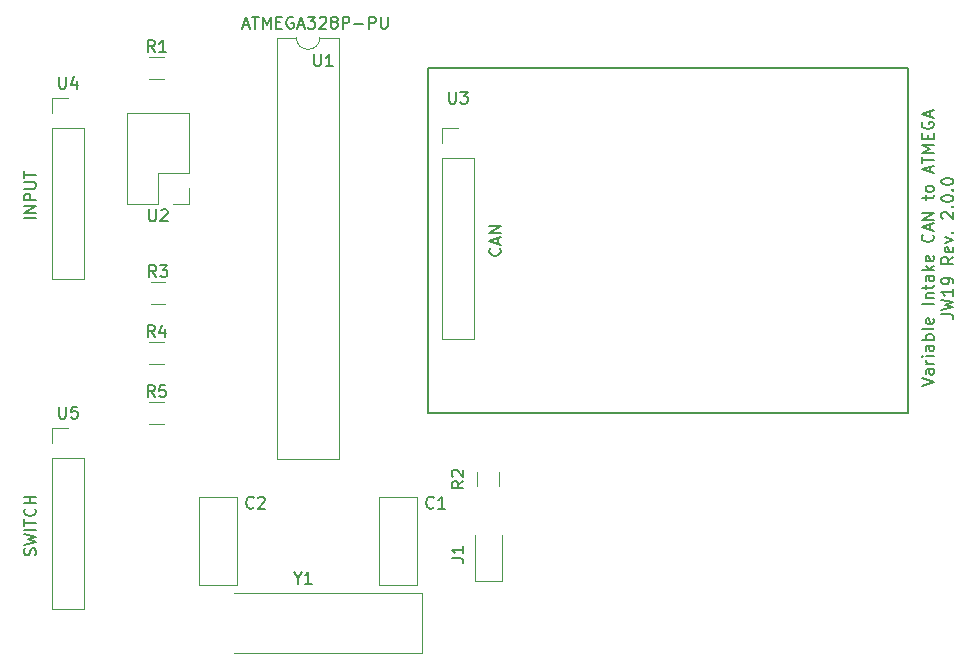
<source format=gbr>
G04 #@! TF.GenerationSoftware,KiCad,Pcbnew,5.1.4-3.fc30*
G04 #@! TF.CreationDate,2019-09-02T15:48:19-07:00*
G04 #@! TF.ProjectId,AR_20_JW_Rev2,41525f32-305f-44a5-975f-526576322e6b,rev?*
G04 #@! TF.SameCoordinates,Original*
G04 #@! TF.FileFunction,Legend,Top*
G04 #@! TF.FilePolarity,Positive*
%FSLAX46Y46*%
G04 Gerber Fmt 4.6, Leading zero omitted, Abs format (unit mm)*
G04 Created by KiCad (PCBNEW 5.1.4-3.fc30) date 2019-09-02 15:48:19*
%MOMM*%
%LPD*%
G04 APERTURE LIST*
%ADD10C,0.150000*%
%ADD11C,0.120000*%
G04 APERTURE END LIST*
D10*
X108354761Y-117435000D02*
X108402380Y-117292142D01*
X108402380Y-117054047D01*
X108354761Y-116958809D01*
X108307142Y-116911190D01*
X108211904Y-116863571D01*
X108116666Y-116863571D01*
X108021428Y-116911190D01*
X107973809Y-116958809D01*
X107926190Y-117054047D01*
X107878571Y-117244523D01*
X107830952Y-117339761D01*
X107783333Y-117387380D01*
X107688095Y-117435000D01*
X107592857Y-117435000D01*
X107497619Y-117387380D01*
X107450000Y-117339761D01*
X107402380Y-117244523D01*
X107402380Y-117006428D01*
X107450000Y-116863571D01*
X107402380Y-116530238D02*
X108402380Y-116292142D01*
X107688095Y-116101666D01*
X108402380Y-115911190D01*
X107402380Y-115673095D01*
X108402380Y-115292142D02*
X107402380Y-115292142D01*
X107402380Y-114958809D02*
X107402380Y-114387380D01*
X108402380Y-114673095D02*
X107402380Y-114673095D01*
X108307142Y-113482619D02*
X108354761Y-113530238D01*
X108402380Y-113673095D01*
X108402380Y-113768333D01*
X108354761Y-113911190D01*
X108259523Y-114006428D01*
X108164285Y-114054047D01*
X107973809Y-114101666D01*
X107830952Y-114101666D01*
X107640476Y-114054047D01*
X107545238Y-114006428D01*
X107450000Y-113911190D01*
X107402380Y-113768333D01*
X107402380Y-113673095D01*
X107450000Y-113530238D01*
X107497619Y-113482619D01*
X108402380Y-113054047D02*
X107402380Y-113054047D01*
X107878571Y-113054047D02*
X107878571Y-112482619D01*
X108402380Y-112482619D02*
X107402380Y-112482619D01*
X108402380Y-88923571D02*
X107402380Y-88923571D01*
X108402380Y-88447380D02*
X107402380Y-88447380D01*
X108402380Y-87875952D01*
X107402380Y-87875952D01*
X108402380Y-87399761D02*
X107402380Y-87399761D01*
X107402380Y-87018809D01*
X107450000Y-86923571D01*
X107497619Y-86875952D01*
X107592857Y-86828333D01*
X107735714Y-86828333D01*
X107830952Y-86875952D01*
X107878571Y-86923571D01*
X107926190Y-87018809D01*
X107926190Y-87399761D01*
X107402380Y-86399761D02*
X108211904Y-86399761D01*
X108307142Y-86352142D01*
X108354761Y-86304523D01*
X108402380Y-86209285D01*
X108402380Y-86018809D01*
X108354761Y-85923571D01*
X108307142Y-85875952D01*
X108211904Y-85828333D01*
X107402380Y-85828333D01*
X107402380Y-85495000D02*
X107402380Y-84923571D01*
X108402380Y-85209285D02*
X107402380Y-85209285D01*
X125937142Y-72556666D02*
X126413333Y-72556666D01*
X125841904Y-72842380D02*
X126175238Y-71842380D01*
X126508571Y-72842380D01*
X126699047Y-71842380D02*
X127270476Y-71842380D01*
X126984761Y-72842380D02*
X126984761Y-71842380D01*
X127603809Y-72842380D02*
X127603809Y-71842380D01*
X127937142Y-72556666D01*
X128270476Y-71842380D01*
X128270476Y-72842380D01*
X128746666Y-72318571D02*
X129080000Y-72318571D01*
X129222857Y-72842380D02*
X128746666Y-72842380D01*
X128746666Y-71842380D01*
X129222857Y-71842380D01*
X130175238Y-71890000D02*
X130080000Y-71842380D01*
X129937142Y-71842380D01*
X129794285Y-71890000D01*
X129699047Y-71985238D01*
X129651428Y-72080476D01*
X129603809Y-72270952D01*
X129603809Y-72413809D01*
X129651428Y-72604285D01*
X129699047Y-72699523D01*
X129794285Y-72794761D01*
X129937142Y-72842380D01*
X130032380Y-72842380D01*
X130175238Y-72794761D01*
X130222857Y-72747142D01*
X130222857Y-72413809D01*
X130032380Y-72413809D01*
X130603809Y-72556666D02*
X131080000Y-72556666D01*
X130508571Y-72842380D02*
X130841904Y-71842380D01*
X131175238Y-72842380D01*
X131413333Y-71842380D02*
X132032380Y-71842380D01*
X131699047Y-72223333D01*
X131841904Y-72223333D01*
X131937142Y-72270952D01*
X131984761Y-72318571D01*
X132032380Y-72413809D01*
X132032380Y-72651904D01*
X131984761Y-72747142D01*
X131937142Y-72794761D01*
X131841904Y-72842380D01*
X131556190Y-72842380D01*
X131460952Y-72794761D01*
X131413333Y-72747142D01*
X132413333Y-71937619D02*
X132460952Y-71890000D01*
X132556190Y-71842380D01*
X132794285Y-71842380D01*
X132889523Y-71890000D01*
X132937142Y-71937619D01*
X132984761Y-72032857D01*
X132984761Y-72128095D01*
X132937142Y-72270952D01*
X132365714Y-72842380D01*
X132984761Y-72842380D01*
X133556190Y-72270952D02*
X133460952Y-72223333D01*
X133413333Y-72175714D01*
X133365714Y-72080476D01*
X133365714Y-72032857D01*
X133413333Y-71937619D01*
X133460952Y-71890000D01*
X133556190Y-71842380D01*
X133746666Y-71842380D01*
X133841904Y-71890000D01*
X133889523Y-71937619D01*
X133937142Y-72032857D01*
X133937142Y-72080476D01*
X133889523Y-72175714D01*
X133841904Y-72223333D01*
X133746666Y-72270952D01*
X133556190Y-72270952D01*
X133460952Y-72318571D01*
X133413333Y-72366190D01*
X133365714Y-72461428D01*
X133365714Y-72651904D01*
X133413333Y-72747142D01*
X133460952Y-72794761D01*
X133556190Y-72842380D01*
X133746666Y-72842380D01*
X133841904Y-72794761D01*
X133889523Y-72747142D01*
X133937142Y-72651904D01*
X133937142Y-72461428D01*
X133889523Y-72366190D01*
X133841904Y-72318571D01*
X133746666Y-72270952D01*
X134365714Y-72842380D02*
X134365714Y-71842380D01*
X134746666Y-71842380D01*
X134841904Y-71890000D01*
X134889523Y-71937619D01*
X134937142Y-72032857D01*
X134937142Y-72175714D01*
X134889523Y-72270952D01*
X134841904Y-72318571D01*
X134746666Y-72366190D01*
X134365714Y-72366190D01*
X135365714Y-72461428D02*
X136127619Y-72461428D01*
X136603809Y-72842380D02*
X136603809Y-71842380D01*
X136984761Y-71842380D01*
X137080000Y-71890000D01*
X137127619Y-71937619D01*
X137175238Y-72032857D01*
X137175238Y-72175714D01*
X137127619Y-72270952D01*
X137080000Y-72318571D01*
X136984761Y-72366190D01*
X136603809Y-72366190D01*
X137603809Y-71842380D02*
X137603809Y-72651904D01*
X137651428Y-72747142D01*
X137699047Y-72794761D01*
X137794285Y-72842380D01*
X137984761Y-72842380D01*
X138080000Y-72794761D01*
X138127619Y-72747142D01*
X138175238Y-72651904D01*
X138175238Y-71842380D01*
X147677142Y-91447857D02*
X147724761Y-91495476D01*
X147772380Y-91638333D01*
X147772380Y-91733571D01*
X147724761Y-91876428D01*
X147629523Y-91971666D01*
X147534285Y-92019285D01*
X147343809Y-92066904D01*
X147200952Y-92066904D01*
X147010476Y-92019285D01*
X146915238Y-91971666D01*
X146820000Y-91876428D01*
X146772380Y-91733571D01*
X146772380Y-91638333D01*
X146820000Y-91495476D01*
X146867619Y-91447857D01*
X147486666Y-91066904D02*
X147486666Y-90590714D01*
X147772380Y-91162142D02*
X146772380Y-90828809D01*
X147772380Y-90495476D01*
X147772380Y-90162142D02*
X146772380Y-90162142D01*
X147772380Y-89590714D01*
X146772380Y-89590714D01*
X183412380Y-103106666D02*
X184412380Y-102773333D01*
X183412380Y-102440000D01*
X184412380Y-101678095D02*
X183888571Y-101678095D01*
X183793333Y-101725714D01*
X183745714Y-101820952D01*
X183745714Y-102011428D01*
X183793333Y-102106666D01*
X184364761Y-101678095D02*
X184412380Y-101773333D01*
X184412380Y-102011428D01*
X184364761Y-102106666D01*
X184269523Y-102154285D01*
X184174285Y-102154285D01*
X184079047Y-102106666D01*
X184031428Y-102011428D01*
X184031428Y-101773333D01*
X183983809Y-101678095D01*
X184412380Y-101201904D02*
X183745714Y-101201904D01*
X183936190Y-101201904D02*
X183840952Y-101154285D01*
X183793333Y-101106666D01*
X183745714Y-101011428D01*
X183745714Y-100916190D01*
X184412380Y-100582857D02*
X183745714Y-100582857D01*
X183412380Y-100582857D02*
X183460000Y-100630476D01*
X183507619Y-100582857D01*
X183460000Y-100535238D01*
X183412380Y-100582857D01*
X183507619Y-100582857D01*
X184412380Y-99678095D02*
X183888571Y-99678095D01*
X183793333Y-99725714D01*
X183745714Y-99820952D01*
X183745714Y-100011428D01*
X183793333Y-100106666D01*
X184364761Y-99678095D02*
X184412380Y-99773333D01*
X184412380Y-100011428D01*
X184364761Y-100106666D01*
X184269523Y-100154285D01*
X184174285Y-100154285D01*
X184079047Y-100106666D01*
X184031428Y-100011428D01*
X184031428Y-99773333D01*
X183983809Y-99678095D01*
X184412380Y-99201904D02*
X183412380Y-99201904D01*
X183793333Y-99201904D02*
X183745714Y-99106666D01*
X183745714Y-98916190D01*
X183793333Y-98820952D01*
X183840952Y-98773333D01*
X183936190Y-98725714D01*
X184221904Y-98725714D01*
X184317142Y-98773333D01*
X184364761Y-98820952D01*
X184412380Y-98916190D01*
X184412380Y-99106666D01*
X184364761Y-99201904D01*
X184412380Y-98154285D02*
X184364761Y-98249523D01*
X184269523Y-98297142D01*
X183412380Y-98297142D01*
X184364761Y-97392380D02*
X184412380Y-97487619D01*
X184412380Y-97678095D01*
X184364761Y-97773333D01*
X184269523Y-97820952D01*
X183888571Y-97820952D01*
X183793333Y-97773333D01*
X183745714Y-97678095D01*
X183745714Y-97487619D01*
X183793333Y-97392380D01*
X183888571Y-97344761D01*
X183983809Y-97344761D01*
X184079047Y-97820952D01*
X184412380Y-96154285D02*
X183412380Y-96154285D01*
X183745714Y-95678095D02*
X184412380Y-95678095D01*
X183840952Y-95678095D02*
X183793333Y-95630476D01*
X183745714Y-95535238D01*
X183745714Y-95392380D01*
X183793333Y-95297142D01*
X183888571Y-95249523D01*
X184412380Y-95249523D01*
X183745714Y-94916190D02*
X183745714Y-94535238D01*
X183412380Y-94773333D02*
X184269523Y-94773333D01*
X184364761Y-94725714D01*
X184412380Y-94630476D01*
X184412380Y-94535238D01*
X184412380Y-93773333D02*
X183888571Y-93773333D01*
X183793333Y-93820952D01*
X183745714Y-93916190D01*
X183745714Y-94106666D01*
X183793333Y-94201904D01*
X184364761Y-93773333D02*
X184412380Y-93868571D01*
X184412380Y-94106666D01*
X184364761Y-94201904D01*
X184269523Y-94249523D01*
X184174285Y-94249523D01*
X184079047Y-94201904D01*
X184031428Y-94106666D01*
X184031428Y-93868571D01*
X183983809Y-93773333D01*
X184412380Y-93297142D02*
X183412380Y-93297142D01*
X184031428Y-93201904D02*
X184412380Y-92916190D01*
X183745714Y-92916190D02*
X184126666Y-93297142D01*
X184364761Y-92106666D02*
X184412380Y-92201904D01*
X184412380Y-92392380D01*
X184364761Y-92487619D01*
X184269523Y-92535238D01*
X183888571Y-92535238D01*
X183793333Y-92487619D01*
X183745714Y-92392380D01*
X183745714Y-92201904D01*
X183793333Y-92106666D01*
X183888571Y-92059047D01*
X183983809Y-92059047D01*
X184079047Y-92535238D01*
X184317142Y-90297142D02*
X184364761Y-90344761D01*
X184412380Y-90487619D01*
X184412380Y-90582857D01*
X184364761Y-90725714D01*
X184269523Y-90820952D01*
X184174285Y-90868571D01*
X183983809Y-90916190D01*
X183840952Y-90916190D01*
X183650476Y-90868571D01*
X183555238Y-90820952D01*
X183460000Y-90725714D01*
X183412380Y-90582857D01*
X183412380Y-90487619D01*
X183460000Y-90344761D01*
X183507619Y-90297142D01*
X184126666Y-89916190D02*
X184126666Y-89440000D01*
X184412380Y-90011428D02*
X183412380Y-89678095D01*
X184412380Y-89344761D01*
X184412380Y-89011428D02*
X183412380Y-89011428D01*
X184412380Y-88440000D01*
X183412380Y-88440000D01*
X183745714Y-87344761D02*
X183745714Y-86963809D01*
X183412380Y-87201904D02*
X184269523Y-87201904D01*
X184364761Y-87154285D01*
X184412380Y-87059047D01*
X184412380Y-86963809D01*
X184412380Y-86487619D02*
X184364761Y-86582857D01*
X184317142Y-86630476D01*
X184221904Y-86678095D01*
X183936190Y-86678095D01*
X183840952Y-86630476D01*
X183793333Y-86582857D01*
X183745714Y-86487619D01*
X183745714Y-86344761D01*
X183793333Y-86249523D01*
X183840952Y-86201904D01*
X183936190Y-86154285D01*
X184221904Y-86154285D01*
X184317142Y-86201904D01*
X184364761Y-86249523D01*
X184412380Y-86344761D01*
X184412380Y-86487619D01*
X184126666Y-85011428D02*
X184126666Y-84535238D01*
X184412380Y-85106666D02*
X183412380Y-84773333D01*
X184412380Y-84440000D01*
X183412380Y-84249523D02*
X183412380Y-83678095D01*
X184412380Y-83963809D02*
X183412380Y-83963809D01*
X184412380Y-83344761D02*
X183412380Y-83344761D01*
X184126666Y-83011428D01*
X183412380Y-82678095D01*
X184412380Y-82678095D01*
X183888571Y-82201904D02*
X183888571Y-81868571D01*
X184412380Y-81725714D02*
X184412380Y-82201904D01*
X183412380Y-82201904D01*
X183412380Y-81725714D01*
X183460000Y-80773333D02*
X183412380Y-80868571D01*
X183412380Y-81011428D01*
X183460000Y-81154285D01*
X183555238Y-81249523D01*
X183650476Y-81297142D01*
X183840952Y-81344761D01*
X183983809Y-81344761D01*
X184174285Y-81297142D01*
X184269523Y-81249523D01*
X184364761Y-81154285D01*
X184412380Y-81011428D01*
X184412380Y-80916190D01*
X184364761Y-80773333D01*
X184317142Y-80725714D01*
X183983809Y-80725714D01*
X183983809Y-80916190D01*
X184126666Y-80344761D02*
X184126666Y-79868571D01*
X184412380Y-80440000D02*
X183412380Y-80106666D01*
X184412380Y-79773333D01*
X185062380Y-97035238D02*
X185776666Y-97035238D01*
X185919523Y-97082857D01*
X186014761Y-97178095D01*
X186062380Y-97320952D01*
X186062380Y-97416190D01*
X185062380Y-96654285D02*
X186062380Y-96416190D01*
X185348095Y-96225714D01*
X186062380Y-96035238D01*
X185062380Y-95797142D01*
X186062380Y-94892380D02*
X186062380Y-95463809D01*
X186062380Y-95178095D02*
X185062380Y-95178095D01*
X185205238Y-95273333D01*
X185300476Y-95368571D01*
X185348095Y-95463809D01*
X186062380Y-94416190D02*
X186062380Y-94225714D01*
X186014761Y-94130476D01*
X185967142Y-94082857D01*
X185824285Y-93987619D01*
X185633809Y-93940000D01*
X185252857Y-93940000D01*
X185157619Y-93987619D01*
X185110000Y-94035238D01*
X185062380Y-94130476D01*
X185062380Y-94320952D01*
X185110000Y-94416190D01*
X185157619Y-94463809D01*
X185252857Y-94511428D01*
X185490952Y-94511428D01*
X185586190Y-94463809D01*
X185633809Y-94416190D01*
X185681428Y-94320952D01*
X185681428Y-94130476D01*
X185633809Y-94035238D01*
X185586190Y-93987619D01*
X185490952Y-93940000D01*
X186062380Y-92178095D02*
X185586190Y-92511428D01*
X186062380Y-92749523D02*
X185062380Y-92749523D01*
X185062380Y-92368571D01*
X185110000Y-92273333D01*
X185157619Y-92225714D01*
X185252857Y-92178095D01*
X185395714Y-92178095D01*
X185490952Y-92225714D01*
X185538571Y-92273333D01*
X185586190Y-92368571D01*
X185586190Y-92749523D01*
X186014761Y-91368571D02*
X186062380Y-91463809D01*
X186062380Y-91654285D01*
X186014761Y-91749523D01*
X185919523Y-91797142D01*
X185538571Y-91797142D01*
X185443333Y-91749523D01*
X185395714Y-91654285D01*
X185395714Y-91463809D01*
X185443333Y-91368571D01*
X185538571Y-91320952D01*
X185633809Y-91320952D01*
X185729047Y-91797142D01*
X185395714Y-90987619D02*
X186062380Y-90749523D01*
X185395714Y-90511428D01*
X185967142Y-90130476D02*
X186014761Y-90082857D01*
X186062380Y-90130476D01*
X186014761Y-90178095D01*
X185967142Y-90130476D01*
X186062380Y-90130476D01*
X185157619Y-88940000D02*
X185110000Y-88892380D01*
X185062380Y-88797142D01*
X185062380Y-88559047D01*
X185110000Y-88463809D01*
X185157619Y-88416190D01*
X185252857Y-88368571D01*
X185348095Y-88368571D01*
X185490952Y-88416190D01*
X186062380Y-88987619D01*
X186062380Y-88368571D01*
X185967142Y-87940000D02*
X186014761Y-87892380D01*
X186062380Y-87940000D01*
X186014761Y-87987619D01*
X185967142Y-87940000D01*
X186062380Y-87940000D01*
X185062380Y-87273333D02*
X185062380Y-87178095D01*
X185110000Y-87082857D01*
X185157619Y-87035238D01*
X185252857Y-86987619D01*
X185443333Y-86940000D01*
X185681428Y-86940000D01*
X185871904Y-86987619D01*
X185967142Y-87035238D01*
X186014761Y-87082857D01*
X186062380Y-87178095D01*
X186062380Y-87273333D01*
X186014761Y-87368571D01*
X185967142Y-87416190D01*
X185871904Y-87463809D01*
X185681428Y-87511428D01*
X185443333Y-87511428D01*
X185252857Y-87463809D01*
X185157619Y-87416190D01*
X185110000Y-87368571D01*
X185062380Y-87273333D01*
X185967142Y-86511428D02*
X186014761Y-86463809D01*
X186062380Y-86511428D01*
X186014761Y-86559047D01*
X185967142Y-86511428D01*
X186062380Y-86511428D01*
X185062380Y-85844761D02*
X185062380Y-85749523D01*
X185110000Y-85654285D01*
X185157619Y-85606666D01*
X185252857Y-85559047D01*
X185443333Y-85511428D01*
X185681428Y-85511428D01*
X185871904Y-85559047D01*
X185967142Y-85606666D01*
X186014761Y-85654285D01*
X186062380Y-85749523D01*
X186062380Y-85844761D01*
X186014761Y-85940000D01*
X185967142Y-85987619D01*
X185871904Y-86035238D01*
X185681428Y-86082857D01*
X185443333Y-86082857D01*
X185252857Y-86035238D01*
X185157619Y-85987619D01*
X185110000Y-85940000D01*
X185062380Y-85844761D01*
X141605000Y-76200000D02*
X141605000Y-105410000D01*
X182245000Y-76200000D02*
X141605000Y-76200000D01*
X182245000Y-105410000D02*
X182245000Y-76200000D01*
X141605000Y-105410000D02*
X182245000Y-105410000D01*
D11*
X140685000Y-119965000D02*
X137445000Y-119965000D01*
X140685000Y-112525000D02*
X137445000Y-112525000D01*
X137445000Y-112525000D02*
X137445000Y-119965000D01*
X140685000Y-112525000D02*
X140685000Y-119965000D01*
X125445000Y-112525000D02*
X125445000Y-119965000D01*
X122205000Y-112525000D02*
X122205000Y-119965000D01*
X125445000Y-112525000D02*
X122205000Y-112525000D01*
X125445000Y-119965000D02*
X122205000Y-119965000D01*
X147820000Y-119630000D02*
X147820000Y-115745000D01*
X145550000Y-119630000D02*
X147820000Y-119630000D01*
X145550000Y-115745000D02*
X145550000Y-119630000D01*
X118012936Y-75290000D02*
X119217064Y-75290000D01*
X118012936Y-77110000D02*
X119217064Y-77110000D01*
X147595000Y-111597064D02*
X147595000Y-110392936D01*
X145775000Y-111597064D02*
X145775000Y-110392936D01*
X118142936Y-94340000D02*
X119347064Y-94340000D01*
X118142936Y-96160000D02*
X119347064Y-96160000D01*
X118012936Y-101240000D02*
X119217064Y-101240000D01*
X118012936Y-99420000D02*
X119217064Y-99420000D01*
X118012936Y-106320000D02*
X119217064Y-106320000D01*
X118012936Y-104500000D02*
X119217064Y-104500000D01*
X132445000Y-73600000D02*
G75*
G02X130445000Y-73600000I-1000000J0D01*
G01*
X130445000Y-73600000D02*
X128795000Y-73600000D01*
X128795000Y-73600000D02*
X128795000Y-109280000D01*
X128795000Y-109280000D02*
X134095000Y-109280000D01*
X134095000Y-109280000D02*
X134095000Y-73600000D01*
X134095000Y-73600000D02*
X132445000Y-73600000D01*
X121345000Y-79950000D02*
X116145000Y-79950000D01*
X121345000Y-85090000D02*
X121345000Y-79950000D01*
X116145000Y-87690000D02*
X116145000Y-79950000D01*
X121345000Y-85090000D02*
X118745000Y-85090000D01*
X118745000Y-85090000D02*
X118745000Y-87690000D01*
X118745000Y-87690000D02*
X116145000Y-87690000D01*
X121345000Y-86360000D02*
X121345000Y-87690000D01*
X121345000Y-87690000D02*
X120015000Y-87690000D01*
X142815000Y-99120000D02*
X145475000Y-99120000D01*
X142815000Y-83820000D02*
X142815000Y-99120000D01*
X145475000Y-83820000D02*
X145475000Y-99120000D01*
X142815000Y-83820000D02*
X145475000Y-83820000D01*
X142815000Y-82550000D02*
X142815000Y-81220000D01*
X142815000Y-81220000D02*
X144145000Y-81220000D01*
X109795000Y-94040000D02*
X112455000Y-94040000D01*
X109795000Y-81280000D02*
X109795000Y-94040000D01*
X112455000Y-81280000D02*
X112455000Y-94040000D01*
X109795000Y-81280000D02*
X112455000Y-81280000D01*
X109795000Y-80010000D02*
X109795000Y-78680000D01*
X109795000Y-78680000D02*
X111125000Y-78680000D01*
X109795000Y-106620000D02*
X111125000Y-106620000D01*
X109795000Y-107950000D02*
X109795000Y-106620000D01*
X109795000Y-109220000D02*
X112455000Y-109220000D01*
X112455000Y-109220000D02*
X112455000Y-121980000D01*
X109795000Y-109220000D02*
X109795000Y-121980000D01*
X109795000Y-121980000D02*
X112455000Y-121980000D01*
X125132500Y-125740000D02*
X141107500Y-125740000D01*
X141107500Y-125740000D02*
X141107500Y-120640000D01*
X141107500Y-120640000D02*
X125132500Y-120640000D01*
D10*
X142073333Y-113387142D02*
X142025714Y-113434761D01*
X141882857Y-113482380D01*
X141787619Y-113482380D01*
X141644761Y-113434761D01*
X141549523Y-113339523D01*
X141501904Y-113244285D01*
X141454285Y-113053809D01*
X141454285Y-112910952D01*
X141501904Y-112720476D01*
X141549523Y-112625238D01*
X141644761Y-112530000D01*
X141787619Y-112482380D01*
X141882857Y-112482380D01*
X142025714Y-112530000D01*
X142073333Y-112577619D01*
X143025714Y-113482380D02*
X142454285Y-113482380D01*
X142740000Y-113482380D02*
X142740000Y-112482380D01*
X142644761Y-112625238D01*
X142549523Y-112720476D01*
X142454285Y-112768095D01*
X126833333Y-113387142D02*
X126785714Y-113434761D01*
X126642857Y-113482380D01*
X126547619Y-113482380D01*
X126404761Y-113434761D01*
X126309523Y-113339523D01*
X126261904Y-113244285D01*
X126214285Y-113053809D01*
X126214285Y-112910952D01*
X126261904Y-112720476D01*
X126309523Y-112625238D01*
X126404761Y-112530000D01*
X126547619Y-112482380D01*
X126642857Y-112482380D01*
X126785714Y-112530000D01*
X126833333Y-112577619D01*
X127214285Y-112577619D02*
X127261904Y-112530000D01*
X127357142Y-112482380D01*
X127595238Y-112482380D01*
X127690476Y-112530000D01*
X127738095Y-112577619D01*
X127785714Y-112672857D01*
X127785714Y-112768095D01*
X127738095Y-112910952D01*
X127166666Y-113482380D01*
X127785714Y-113482380D01*
X143597380Y-117678333D02*
X144311666Y-117678333D01*
X144454523Y-117725952D01*
X144549761Y-117821190D01*
X144597380Y-117964047D01*
X144597380Y-118059285D01*
X144597380Y-116678333D02*
X144597380Y-117249761D01*
X144597380Y-116964047D02*
X143597380Y-116964047D01*
X143740238Y-117059285D01*
X143835476Y-117154523D01*
X143883095Y-117249761D01*
X118448333Y-74832380D02*
X118115000Y-74356190D01*
X117876904Y-74832380D02*
X117876904Y-73832380D01*
X118257857Y-73832380D01*
X118353095Y-73880000D01*
X118400714Y-73927619D01*
X118448333Y-74022857D01*
X118448333Y-74165714D01*
X118400714Y-74260952D01*
X118353095Y-74308571D01*
X118257857Y-74356190D01*
X117876904Y-74356190D01*
X119400714Y-74832380D02*
X118829285Y-74832380D01*
X119115000Y-74832380D02*
X119115000Y-73832380D01*
X119019761Y-73975238D01*
X118924523Y-74070476D01*
X118829285Y-74118095D01*
X144597380Y-111161666D02*
X144121190Y-111495000D01*
X144597380Y-111733095D02*
X143597380Y-111733095D01*
X143597380Y-111352142D01*
X143645000Y-111256904D01*
X143692619Y-111209285D01*
X143787857Y-111161666D01*
X143930714Y-111161666D01*
X144025952Y-111209285D01*
X144073571Y-111256904D01*
X144121190Y-111352142D01*
X144121190Y-111733095D01*
X143692619Y-110780714D02*
X143645000Y-110733095D01*
X143597380Y-110637857D01*
X143597380Y-110399761D01*
X143645000Y-110304523D01*
X143692619Y-110256904D01*
X143787857Y-110209285D01*
X143883095Y-110209285D01*
X144025952Y-110256904D01*
X144597380Y-110828333D01*
X144597380Y-110209285D01*
X118578333Y-93882380D02*
X118245000Y-93406190D01*
X118006904Y-93882380D02*
X118006904Y-92882380D01*
X118387857Y-92882380D01*
X118483095Y-92930000D01*
X118530714Y-92977619D01*
X118578333Y-93072857D01*
X118578333Y-93215714D01*
X118530714Y-93310952D01*
X118483095Y-93358571D01*
X118387857Y-93406190D01*
X118006904Y-93406190D01*
X118911666Y-92882380D02*
X119530714Y-92882380D01*
X119197380Y-93263333D01*
X119340238Y-93263333D01*
X119435476Y-93310952D01*
X119483095Y-93358571D01*
X119530714Y-93453809D01*
X119530714Y-93691904D01*
X119483095Y-93787142D01*
X119435476Y-93834761D01*
X119340238Y-93882380D01*
X119054523Y-93882380D01*
X118959285Y-93834761D01*
X118911666Y-93787142D01*
X118448333Y-98962380D02*
X118115000Y-98486190D01*
X117876904Y-98962380D02*
X117876904Y-97962380D01*
X118257857Y-97962380D01*
X118353095Y-98010000D01*
X118400714Y-98057619D01*
X118448333Y-98152857D01*
X118448333Y-98295714D01*
X118400714Y-98390952D01*
X118353095Y-98438571D01*
X118257857Y-98486190D01*
X117876904Y-98486190D01*
X119305476Y-98295714D02*
X119305476Y-98962380D01*
X119067380Y-97914761D02*
X118829285Y-98629047D01*
X119448333Y-98629047D01*
X118448333Y-104042380D02*
X118115000Y-103566190D01*
X117876904Y-104042380D02*
X117876904Y-103042380D01*
X118257857Y-103042380D01*
X118353095Y-103090000D01*
X118400714Y-103137619D01*
X118448333Y-103232857D01*
X118448333Y-103375714D01*
X118400714Y-103470952D01*
X118353095Y-103518571D01*
X118257857Y-103566190D01*
X117876904Y-103566190D01*
X119353095Y-103042380D02*
X118876904Y-103042380D01*
X118829285Y-103518571D01*
X118876904Y-103470952D01*
X118972142Y-103423333D01*
X119210238Y-103423333D01*
X119305476Y-103470952D01*
X119353095Y-103518571D01*
X119400714Y-103613809D01*
X119400714Y-103851904D01*
X119353095Y-103947142D01*
X119305476Y-103994761D01*
X119210238Y-104042380D01*
X118972142Y-104042380D01*
X118876904Y-103994761D01*
X118829285Y-103947142D01*
X131953095Y-75017380D02*
X131953095Y-75826904D01*
X132000714Y-75922142D01*
X132048333Y-75969761D01*
X132143571Y-76017380D01*
X132334047Y-76017380D01*
X132429285Y-75969761D01*
X132476904Y-75922142D01*
X132524523Y-75826904D01*
X132524523Y-75017380D01*
X133524523Y-76017380D02*
X132953095Y-76017380D01*
X133238809Y-76017380D02*
X133238809Y-75017380D01*
X133143571Y-75160238D01*
X133048333Y-75255476D01*
X132953095Y-75303095D01*
X117983095Y-88142380D02*
X117983095Y-88951904D01*
X118030714Y-89047142D01*
X118078333Y-89094761D01*
X118173571Y-89142380D01*
X118364047Y-89142380D01*
X118459285Y-89094761D01*
X118506904Y-89047142D01*
X118554523Y-88951904D01*
X118554523Y-88142380D01*
X118983095Y-88237619D02*
X119030714Y-88190000D01*
X119125952Y-88142380D01*
X119364047Y-88142380D01*
X119459285Y-88190000D01*
X119506904Y-88237619D01*
X119554523Y-88332857D01*
X119554523Y-88428095D01*
X119506904Y-88570952D01*
X118935476Y-89142380D01*
X119554523Y-89142380D01*
X143383095Y-78192380D02*
X143383095Y-79001904D01*
X143430714Y-79097142D01*
X143478333Y-79144761D01*
X143573571Y-79192380D01*
X143764047Y-79192380D01*
X143859285Y-79144761D01*
X143906904Y-79097142D01*
X143954523Y-79001904D01*
X143954523Y-78192380D01*
X144335476Y-78192380D02*
X144954523Y-78192380D01*
X144621190Y-78573333D01*
X144764047Y-78573333D01*
X144859285Y-78620952D01*
X144906904Y-78668571D01*
X144954523Y-78763809D01*
X144954523Y-79001904D01*
X144906904Y-79097142D01*
X144859285Y-79144761D01*
X144764047Y-79192380D01*
X144478333Y-79192380D01*
X144383095Y-79144761D01*
X144335476Y-79097142D01*
X110363095Y-76922380D02*
X110363095Y-77731904D01*
X110410714Y-77827142D01*
X110458333Y-77874761D01*
X110553571Y-77922380D01*
X110744047Y-77922380D01*
X110839285Y-77874761D01*
X110886904Y-77827142D01*
X110934523Y-77731904D01*
X110934523Y-76922380D01*
X111839285Y-77255714D02*
X111839285Y-77922380D01*
X111601190Y-76874761D02*
X111363095Y-77589047D01*
X111982142Y-77589047D01*
X110363095Y-104862380D02*
X110363095Y-105671904D01*
X110410714Y-105767142D01*
X110458333Y-105814761D01*
X110553571Y-105862380D01*
X110744047Y-105862380D01*
X110839285Y-105814761D01*
X110886904Y-105767142D01*
X110934523Y-105671904D01*
X110934523Y-104862380D01*
X111886904Y-104862380D02*
X111410714Y-104862380D01*
X111363095Y-105338571D01*
X111410714Y-105290952D01*
X111505952Y-105243333D01*
X111744047Y-105243333D01*
X111839285Y-105290952D01*
X111886904Y-105338571D01*
X111934523Y-105433809D01*
X111934523Y-105671904D01*
X111886904Y-105767142D01*
X111839285Y-105814761D01*
X111744047Y-105862380D01*
X111505952Y-105862380D01*
X111410714Y-105814761D01*
X111363095Y-105767142D01*
X130556309Y-119356190D02*
X130556309Y-119832380D01*
X130222976Y-118832380D02*
X130556309Y-119356190D01*
X130889642Y-118832380D01*
X131746785Y-119832380D02*
X131175357Y-119832380D01*
X131461071Y-119832380D02*
X131461071Y-118832380D01*
X131365833Y-118975238D01*
X131270595Y-119070476D01*
X131175357Y-119118095D01*
M02*

</source>
